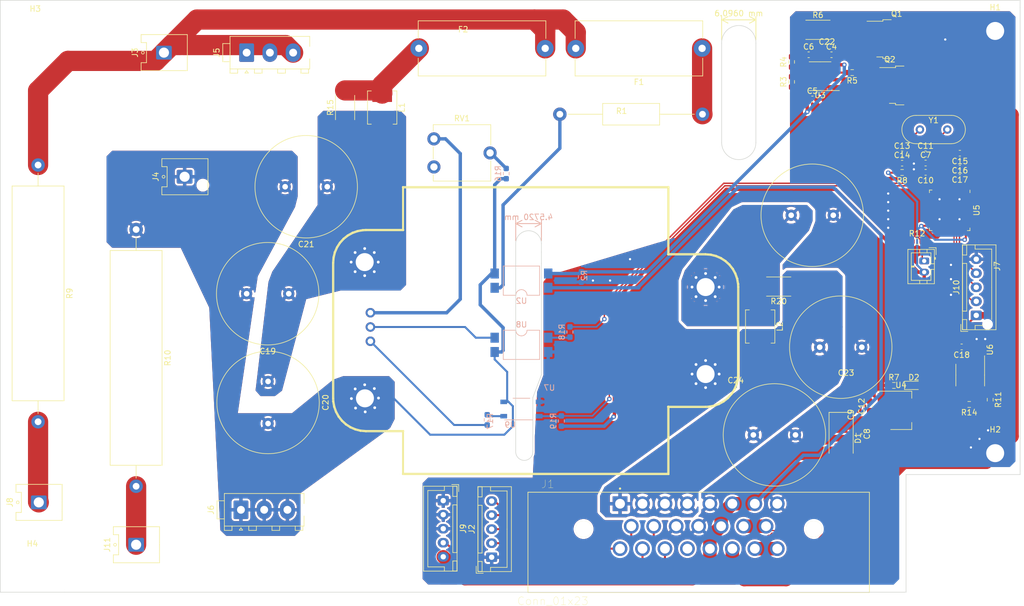
<source format=kicad_pcb>
(kicad_pcb (version 20211014) (generator pcbnew)
  (layers (0 "F.Cu" signal) (31 "B.Cu" signal) (34 "B.Paste" user) (35 "F.Paste" user) (36 "B.SilkS" user "B.Silkscreen") (37 "F.SilkS" user "F.Silkscreen") (38 "B.Mask" user) (39 "F.Mask" user) (44 "Edge.Cuts" user))
  (net 0 "")
  (net 1 "+12V")
  (net 2 "GND")
  (net 3 "Net-(C4-Pad1)")
  (net 4 "VCC")
  (net 5 "/TSAL/pass")
  (net 6 "Net-(C7-Pad2)")
  (net 7 "Net-(C8-Pad1)")
  (net 8 "Net-(C10-Pad1)")
  (net 9 "Net-(C11-Pad2)")
  (net 10 "+3V3")
  (net 11 "Net-(C13-Pad2)")
  (net 12 "Net-(C19-Pad1)")
  (net 13 "Net-(C22-Pad1)")
  (net 14 "/DCDC_OUT")
  (net 15 "Net-(D2-Pad1)")
  (net 16 "/CAN-")
  (net 17 "/CAN+")
  (net 18 "/TSAL_GND")
  (net 19 "/HECS_AN3")
  (net 20 "/HECS_AN2")
  (net 21 "/HECS_AN1")
  (net 22 "/IMD_OK")
  (net 23 "A13_SWDIO")
  (net 24 "A14_SWCLK")
  (net 25 "B3_TRACESWO")
  (net 26 "Net-(Q1-Pad1)")
  (net 27 "Net-(Q1-Pad2)")
  (net 28 "Net-(R1-Pad1)")
  (net 29 "Net-(R3-Pad2)")
  (net 30 "/TSAL/555_OUT")
  (net 31 "Net-(R11-Pad1)")
  (net 32 "Net-(R16-Pad1)")
  (net 33 "Net-(R17-Pad1)")
  (net 34 "/vicor/FAULT_HV")
  (net 35 "/DC_DC_EN")
  (net 36 "Net-(R18-Pad2)")
  (net 37 "/DC_DC_FAULT")
  (net 39 "/vicor/TRIM_HV")
  (net 60 "/vicor/EN_HV")
  (net 61 "HV-")
  (net 62 "HV+")
  (net 63 "/TEMP-")
  (net 66 "/TSAL/HV+")
  (net 67 "/vicor/HV+")
  (net 68 "+5VA")
  (net 74 "Net-(J8-Pad1)")
  (net 75 "Net-(J11-Pad1)")
  (net 77 "/controller/CAN_X_P")
  (net 78 "/controller/CAN_X_N")
  (footprint "Capacitor_THT:C_Radial_D18.0mm_H35.5mm_P7.50mm" (layer "F.Cu") (at 181.7307 116.1311)
    (fp_text reference "C24")
    (fp_text value "4700uF")
  )
  (footprint "Connector_TE-Connectivity:TE_MATE-N-LOK_1-770870-x_1x03_P4.14mm_Vertical" (layer "F.Cu") (at 91.4957 48.0601 90)
    (fp_text reference "J5")
    (fp_text value "HV+")
  )
  (footprint "MountingHole:MountingHole_3.2mm_M3" (layer "F.Cu") (at 53.34 139.7)
    (fp_text reference "H4")
    (fp_text value "MountingHole")
  )
  (footprint "Connector_Hirose:Hirose_DF63M-1P-3.96DSA_1x01_P3.96mm_Vertical" (layer "F.Cu") (at 71.8157 135.6891 90)
    (fp_text reference "J11")
    (fp_text value "HV-")
  )
  (footprint "MountingHole:MountingHole_3.2mm_M3" (layer "F.Cu") (at 224.79 119.38)
    (fp_text reference "H2")
    (fp_text value "MountingHole")
  )
  (footprint "LED_SMD:LED_0603_1608Metric_Pad1.05x0.95mm_HandSolder" (layer "F.Cu") (at 210.312 107.315)
    (fp_text reference "D2")
    (fp_text value "LED")
  )
  (footprint "Capacitor_THT:C_Radial_D18.0mm_H35.5mm_P7.50mm" (layer "F.Cu") (at 193.5417 100.5101)
    (fp_text reference "C23")
    (fp_text value "4700uF")
  )
  (footprint "Resistor_SMD:R_0603_1608Metric_Pad0.98x0.95mm_HandSolder" (layer "F.Cu") (at 188.5287 53.2661 90)
    (fp_text reference "R3")
    (fp_text value "100k")
  )
  (footprint "Package_TO_SOT_SMD:SOT-223-3_TabPin2" (layer "F.Cu") (at 208.026 111.76)
    (fp_text reference "U4")
    (fp_text value "LD1117S33TR_SOT223")
  )
  (footprint "Diode_SMD:D_SMB_Handsoldering" (layer "F.Cu") (at 197.358 116.713 -90)
    (fp_text reference "D1")
    (fp_text value "D_Schottky")
  )
  (footprint "Resistor_SMD:R_0603_1608Metric_Pad0.98x0.95mm_HandSolder" (layer "F.Cu") (at 188.5287 49.7101 90)
    (fp_text reference "R4")
    (fp_text value "235k")
  )
  (footprint "Capacitor_SMD:C_0603_1608Metric_Pad1.08x0.95mm_HandSolder" (layer "F.Cu") (at 212.4047 69.3716 180)
    (fp_text reference "C10")
    (fp_text value "0.1u")
  )
  (footprint "MountingHole:MountingHole_3.2mm_M3" (layer "F.Cu") (at 53.848 44.45)
    (fp_text reference "H3")
    (fp_text value "MountingHole")
  )
  (footprint "Package_TO_SOT_SMD:TO-252-3_TabPin2" (layer "F.Cu") (at 209.5187 53.9021)
    (fp_text reference "Q2")
    (fp_text value "040N03LG")
  )
  (footprint "Connector_JST:JST_XH_B5B-XH-A_1x05_P2.50mm_Vertical" (layer "F.Cu") (at 126.5062 127.8316 -90)
    (fp_text reference "J9")
    (fp_text value "Bender-LV")
  )
  (footprint "Resistor_SMD:R_0603_1608Metric_Pad0.98x0.95mm_HandSolder" (layer "F.Cu") (at 220.165501 110.705449 180)
    (fp_text reference "R14")
    (fp_text value "120")
  )
  (footprint "Capacitor_SMD:C_0603_1608Metric_Pad1.08x0.95mm_HandSolder" (layer "F.Cu") (at 208.2137 67.7441)
    (fp_text reference "C14")
    (fp_text value "0.1u")
  )
  (footprint "Package_SO:SOIC-8_3.9x4.9mm_P1.27mm" (layer "F.Cu") (at 220.345 105.475 -90)
    (fp_text reference "U6")
    (fp_text value "MCP2551-I-SN")
  )
  (footprint "Capacitor_SMD:C_0603_1608Metric_Pad1.08x0.95mm_HandSolder" (layer "F.Cu") (at 212.4047 67.7206)
    (fp_text reference "C7")
    (fp_text value "20p")
  )
  (footprint "Capacitor_THT:C_Radial_D18.0mm_H35.5mm_P7.50mm" (layer "F.Cu") (at 188.4617 77.0151)
    (fp_text reference "C22")
    (fp_text value "4700uF")
  )
  (footprint "Connector_JST:JST_PH_B2B-PH-K_1x02_P2.00mm_Vertical" (layer "F.Cu") (at 212.1507 85.1516 -90)
    (fp_text reference "J7")
    (fp_text value "Conn_01x02")
  )
  (footprint "Capacitor_THT:C_Radial_D18.0mm_H35.5mm_P7.50mm" (layer "F.Cu") (at 98.9937 90.9851 180)
    (fp_text reference "C19")
    (fp_text value "0.68uF")
  )
  (footprint "MountingHole:MountingHole_3.2mm_M3" (layer "F.Cu") (at 224.79 44.196)
    (fp_text reference "H1")
    (fp_text value "MountingHole")
  )
  (footprint "Capacitor_SMD:C_0603_1608Metric_Pad1.08x0.95mm_HandSolder" (layer "F.Cu") (at 192.2382 56.3141)
    (fp_text reference "C5")
    (fp_text value "0.1u")
  )
  (footprint "Capacitor_SMD:C_0603_1608Metric_Pad1.08x0.95mm_HandSolder" (layer "F.Cu") (at 212.3948 66.0908)
    (fp_text reference "C11")
    (fp_text value "20p")
  )
  (footprint "Resistor_SMD:R_2512_6332Metric_Pad1.40x3.35mm_HandSolder" (layer "F.Cu") (at 186.2427 89.7151 180)
    (fp_text reference "R20")
    (fp_text value "1Ω")
  )
  (footprint "Potentiometer_THT:Potentiometer_ACP_CA9-V10_Vertical" (layer "F.Cu") (at 124.8448 68.4134)
    (fp_text reference "RV1")
    (fp_text value "50k")
  )
  (footprint "Fuse:Fuseholder_Cylinder-5x20mm_Schurter_0031_8201_Horizontal_Open" (layer "F.Cu") (at 172.6007 47.2971 180)
    (fp_text reference "F1")
    (fp_text value "2A")
  )
  (footprint "Capacitor_SMD:C_0603_1608Metric_Pad1.08x0.95mm_HandSolder" (layer "F.Cu") (at 218.5007 67.6171 180)
    (fp_text reference "C16")
    (fp_text value "0.1u")
  )
  (footprint "Capacitor_SMD:C_0603_1608Metric_Pad1.08x0.95mm_HandSolder" (layer "F.Cu") (at 218.5007 69.2681 180)
    (fp_text reference "C17")
    (fp_text value "0.1u")
  )
  (footprint "Resistor_SMD:R_2512_6332Metric_Pad1.40x3.35mm_HandSolder" (layer "F.Cu") (at 109.0267 57.8381 90)
    (fp_text reference "R15")
    (fp_text value "1Ω")
  )
  (footprint "Connector_Hirose:Hirose_DF63M-1P-3.96DSA_1x01_P3.96mm_Vertical" (layer "F.Cu") (at 76.7687 48.0591 90)
    (fp_text reference "J3")
    (fp_text value "HV+")
  )
  (footprint "Fuse:Fuseholder_Cylinder-5x20mm_Schurter_0031_8201_Horizontal_Open" (layer "F.Cu") (at 122.1607 47.2971)
    (fp_text reference "F2")
    (fp_text value "2A")
  )
  (footprint "Capacitor_SMD:C_0603_1608Metric_Pad1.08x0.95mm_HandSolder" (layer "F.Cu") (at 191.5767 48.4401)
    (fp_text reference "C6")
    (fp_text value "1u")
  )
  (footprint "Capacitor_SMD:C_0603_1608Metric_Pad1.08x0.95mm_HandSolder" (layer "F.Cu") (at 195.6407 48.4401)
    (fp_text reference "C4")
    (fp_text value "0.1u")
  )
  (footprint "Resistor_SMD:R_2512_6332Metric_Pad1.40x3.35mm_HandSolder" (layer "F.Cu") (at 193.2277 43.9951)
    (fp_text reference "R6")
    (fp_text value "0.75")
  )
  (footprint "Resistor_SMD:R_0603_1608Metric_Pad0.98x0.95mm_HandSolder" (layer "F.Cu") (at 210.8807 81.6906)
    (fp_text reference "R12")
    (fp_text value "10k")
  )
  (footprint "Package_TO_SOT_SMD:TO-252-3_TabPin2" (layer "F.Cu") (at 207.2567 45.6461)
    (fp_text reference "Q1")
    (fp_text value "040N03LG")
  )
  (footprint "Capacitor_SMD:C_0603_1608Metric_Pad1.08x0.95mm_HandSolder" (layer "F.Cu") (at 218.5007 65.9661 180)
    (fp_text reference "C15")
    (fp_text value "0.1u")
  )
  (footprint "Capacitor_SMD:C_0603_1608Metric_Pad1.08x0.95mm_HandSolder" (layer "F.Cu") (at 202.438 110.998 90)
    (fp_text reference "C12")
    (fp_text value "C")
  )
  (footprint "AERO_Footprints:TE_1-776087-1" (layer "F.Cu") (at 157.9872 128.3876)
    (fp_text reference "J1")
    (fp_text value "Conn_01x23")
  )
  (footprint "Resistor_THT:R_Axial_Power_L38.0mm_W9.0mm_P45.72mm" (layer "F.Cu") (at 54.356 68.072 -90)
    (fp_text reference "R9")
    (fp_text value "R")
  )
  (footprint "Capacitor_SMD:C_0603_1608Metric_Pad1.08x0.95mm_HandSolder" (layer "F.Cu") (at 200.533 112.522 90)
    (fp_text reference "C9")
    (fp_text value "C")
  )
  (footprint "Inductor_SMD:L_Murata_LQH55DN_5.7x5.0mm" (layer "F.Cu") (at 115.6307 57.8381 -90)
    (fp_text reference "L1")
    (fp_text value "1uH")
  )
  (footprint "AERO_Footprints:vicor-socket-no-cutouts" (layer "F.Cu") (at 112.51682 85.358)
    (fp_text reference "U7")
    (fp_text value "Vicor_AERO")
  )
  (footprint "Crystal:Crystal_HC49-U_Vertical" (layer "F.Cu") (at 211.3887 61.7516)
    (fp_text reference "Y1")
    (fp_text value "Crystal")
  )
  (footprint "Resistor_THT:R_Axial_DIN0411_L9.9mm_D3.6mm_P25.40mm_Horizontal" (layer "F.Cu") (at 147.2692 59.0296)
    (fp_text reference "R1")
    (fp_text value "39k")
  )
  (footprint "Package_DFN_QFN:QFN-48-1EP_7x7mm_P0.5mm_EP5.3x5.3mm" (layer "F.Cu") (at 216.6877 76.1376 -90)
    (fp_text reference "U5")
    (fp_text value "STM32F413CGUx")
  )
  (footprint "Resistor_SMD:R_0603_1608Metric_Pad0.98x0.95mm_HandSolder" (layer "F.Cu") (at 206.756 107.315)
    (fp_text reference "R7")
    (fp_text value "R")
  )
  (footprint "Package_SO:SOIC-8_3.9x4.9mm_P1.27mm" (layer "F.Cu") (at 193.6087 52.2501 180)
    (fp_text reference "U3")
    (fp_text value "LM555xM")
  )
  (footprint "Connector_Hirose:Hirose_DF63M-1P-3.96DSA_1x01_P3.96mm_Vertical" (layer "F.Cu") (at 80.4517 70.1571 90)
    (fp_text reference "J4")
    (fp_text value "HV-")
  )
  (footprint "Connector_JST:JST_XH_B5B-XH-AM_1x05_P2.50mm_Vertical" (layer "F.Cu") (at 221.4217 94.8421 90)
    (fp_text reference "J10")
    (fp_text value "Conn_01x05")
  )
  (footprint "Resistor_THT:R_Axial_Power_L38.0mm_W9.0mm_P45.72mm" (layer "F.Cu") (at 71.8157 79.5551 -90)
    (fp_text reference "R10")
    (fp_text value "R")
  )
  (footprint "Capacitor_THT:C_Radial_D18.0mm_H35.5mm_P7.50mm" (layer "F.Cu") (at 105.8517 71.9351 180)
    (fp_text reference "C21")
    (fp_text value "0.68uF")
  )
  (footprint "Resistor_SMD:R_0603_1608Metric_Pad0.98x0.95mm_HandSolder" (layer "F.Cu") (at 208.2137 69.3951 180)
    (fp_text reference "R8")
    (fp_text value "R")
  )
  (footprint "Capacitor_SMD:C_0603_1608Metric_Pad1.08x0.95mm_HandSolder" (layer "F.Cu") (at 200.533 115.951 -90)
    (fp_text reference "C8")
    (fp_text value "CP1")
  )
  (footprint "Inductor_SMD:L_Murata_LQH55DN_5.7x5.0mm" (layer "F.Cu") (at 182.9407 96.8271 -90)
    (fp_text reference "L2")
    (fp_text value "0.15uH")
  )
  (footprint "Connector_TE-Connectivity:TE_MATE-N-LOK_1-770870-x_1x03_P4.14mm_Vertical" (layer "F.Cu") (at 90.4797 129.4671 90)
    (fp_text reference "J6")
    (fp_text value "HV-")
  )
  (footprint "Connector_JST:JST_XH_B5B-XH-A_1x05_P2.50mm_Vertical" (layer "F.Cu") (at 135.1252 137.9116 90)
    (fp_text reference "J2")
    (fp_text value "HECS")
  )
  (footprint "Resistor_SMD:R_0603_1608Metric_Pad0.98x0.95mm_HandSolder" (layer "F.Cu") (at 199.3237 51.6151 180)
    (fp_text reference "R5")
    (fp_text value "10k")
  )
  (footprint "Capacitor_THT:C_Radial_D18.0mm_H35.5mm_P7.50mm" (layer "F.Cu") (at 95.3107 106.6061 -90)
    (fp_text reference "C20")
    (fp_text value "0.68uF")
  )
  (footprint "Resistor_SMD:R_0603_1608Metric_Pad0.98x0.95mm_HandSolder" (layer "F.Cu") (at 223.901 109.855 -90)
    (fp_text reference "R11")
    (fp_text value "1k")
  )
  (footprint "Capacitor_SMD:C_0603_1608Metric_Pad1.08x0.95mm_HandSolder" (layer "F.Cu") (at 208.2137 66.0931)
    (fp_text reference "C13")
    (fp_text value "0.1u")
  )
  (footprint "Connector_Hirose:Hirose_DF63M-1P-3.96DSA_1x01_P3.96mm_Vertical" (layer "F.Cu") (at 54.483 128.143 90)
    (fp_text reference "J8")
    (fp_text value "HV+")
  )
  (footprint "Capacitor_SMD:C_0603_1608Metric_Pad1.08x0.95mm_HandSolder" (layer "F.Cu") (at 218.821 100.457 180)
    (fp_text reference "C18")
    (fp_text value "0.1u")
  )
  (footprint "Package_DIP:SMDIP-4_W9.53mm_Clearance8mm" (layer "B.Cu") (at 140.4277 88.6621)
    (fp_text reference "U2")
    (fp_text value "LTV-817S")
  )
  (footprint "Package_DIP:SMDIP-4_W9.53mm_Clearance8mm" (layer "B.Cu") (at 140.4277 100.0921 180)
    (fp_text reference "U8")
    (fp_text value "LTV-817S")
  )
  (footprint "Resistor_SMD:R_0603_1608Metric_Pad0.98x0.95mm_HandSolder" (layer "B.Cu") (at 151.0957 88.0036 -90)
    (fp_text reference "R2")
    (fp_text value "10k")
  )
  (footprint "Resistor_SMD:R_0603_1608Metric_Pad0.98x0.95mm_HandSolder" (layer "B.Cu") (at 134.3317 113.4506 -90)
    (fp_text reference "R17")
    (fp_text value "1k")
  )
  (footprint "Resistor_SMD:R_0603_1608Metric_Pad0.98x0.95mm_HandSolder" (layer "B.Cu") (at 149.0637 97.8061 -90)
    (fp_text reference "R18")
    (fp_text value "1k")
  )
  (footprint "Package_SO:MFSOP6-4_4.4x3.6mm_P1.27mm" (layer "B.Cu") (at 140.4277 111.5221)
    (fp_text reference "U9")
    (fp_text value "TLP184")
  )
  (footprint "Resistor_SMD:R_0603_1608Metric_Pad0.98x0.95mm_HandSolder" (layer "B.Cu") (at 137.7188 69.596 -90)
    (fp_text reference "R16")
    (fp_text value "6.8k")
  )
  (footprint "Resistor_SMD:R_0603_1608Metric_Pad0.98x0.95mm_HandSolder" (layer "B.Cu") (at 147.5397 113.6576 -90)
    (fp_text reference "R19")
    (fp_text value "10k")
  )
  (gr_line (start 142.4597 119.1421) (end 142.4597 118.1261) (layer "Edge.Cuts") (width 0.1))
  (gr_arc (start 176.0827 46.4081) (mid 179.1307 43.230397) (end 182.1787 46.4081) (layer "Edge.Cuts") (width 0.1))
  (gr_line (start 143.9837 105.4261) (end 142.4597 109.4901) (layer "Edge.Cuts") (width 0.1))
  (gr_line (start 229.235 123.19) (end 208.915 123.19) (layer "Edge.Cuts") (width 0.1))
  (gr_line (start 47.625 40.005) (end 47.625 38.735) (layer "Edge.Cuts") (width 0.1))
  (gr_line (start 143.9837 85.6141) (end 143.9837 83.5821) (layer "Edge.Cuts") (width 0.1))
  (gr_line (start 59.055 144.145) (end 47.625 144.145) (layer "Edge.Cuts") (width 0.1))
  (gr_line (start 143.9837 100.8541) (end 143.9837 105.4261) (layer "Edge.Cuts") (width 0.1))
  (gr_line (start 176.0827 64.0611) (end 176.0827 46.4081) (layer "Edge.Cuts") (width 0.1))
  (gr_line (start 139.4117 114.5701) (end 139.4117 119.1421) (layer "Edge.Cuts") (width 0.1))
  (gr_arc (start 182.1787 64.0611) (mid 179.1307 67.1091) (end 176.0827 64.0611) (layer "Edge.Cuts") (width 0.1))
  (gr_line (start 229.235 40.005) (end 229.235 59.69) (layer "Edge.Cuts") (width 0.1))
  (gr_line (start 47.625 53.975) (end 47.625 40.005) (layer "Edge.Cuts") (width 0.1))
  (gr_line (start 161.29 38.735) (end 229.235 38.735) (layer "Edge.Cuts") (width 0.1))
  (gr_line (start 229.235 59.69) (end 229.235 122.555) (layer "Edge.Cuts") (width 0.1))
  (gr_line (start 208.915 144.145) (end 59.055 144.145) (layer "Edge.Cuts") (width 0.1))
  (gr_arc (start 139.4117 82.0581) (mid 141.6977 79.7721) (end 143.9837 82.0581) (layer "Edge.Cuts") (width 0.1))
  (gr_line (start 208.915 123.19) (end 208.915 144.145) (layer "Edge.Cuts") (width 0.1))
  (gr_line (start 142.4597 109.4901) (end 142.4597 118.1261) (layer "Edge.Cuts") (width 0.1))
  (gr_line (start 47.625 93.98) (end 47.625 53.975) (layer "Edge.Cuts") (width 0.1))
  (gr_line (start 229.235 38.735) (end 229.235 40.005) (layer "Edge.Cuts") (width 0.1))
  (gr_line (start 143.9837 82.0581) (end 143.9837 83.5821) (layer "Edge.Cuts") (width 0.1))
  (gr_line (start 47.625 144.145) (end 47.625 93.98) (layer "Edge.Cuts") (width 0.1))
  (gr_line (start 229.235 122.555) (end 229.235 123.19) (layer "Edge.Cuts") (width 0.1))
  (gr_arc (start 142.4597 119.1421) (mid 140.9357 120.6661) (end 139.4117 119.1421) (layer "Edge.Cuts") (width 0.1))
  (gr_line (start 47.625 38.735) (end 83.82 38.735) (layer "Edge.Cuts") (width 0.1))
  (gr_line (start 139.4117 82.0581) (end 139.4117 83.5821) (layer "Edge.Cuts") (width 0.1))
  (gr_line (start 139.4117 114.5701) (end 139.4117 83.5821) (layer "Edge.Cuts") (width 0.1))
  (gr_line (start 182.1787 46.4081) (end 182.1787 64.0611) (layer "Edge.Cuts") (width 0.1))
  (gr_line (start 143.9837 85.6141) (end 143.9837 100.8541) (layer "Edge.Cuts") (width 0.1))
  (gr_line (start 83.82 38.735) (end 161.29 38.735) (layer "Edge.Cuts") (width 0.1))
  (dimension (type aligned) (layer "B.SilkS") (pts (xy 139.4117 82.0581) (xy 143.9837 82.0581)) (height -3.556) (gr_text "4.5720 mm" (at 141.6977 77.3521) (layer "B.SilkS") (effects (font (size 1 1) (thickness 0.15)) (justify mirror))) (format (units 3) (units_format 1) (precision 4)) (style (thickness 0.15) (arrow_length 1.27) (text_position_mode 0) (extension_height 0.58642) (extension_offset 0.5) keep_text_aligned))
  (dimension (type aligned) (layer "F.SilkS") (pts (xy 176.0827 46.2811) (xy 182.1787 46.2811)) (height -4.064) (gr_text "6.0960 mm" (at 179.1307 41.0671) (layer "F.SilkS") (effects (font (size 1 1) (thickness 0.15)))) (format (units 3) (units_format 1) (precision 4)) (style (thickness 0.15) (arrow_length 1.27) (text_position_mode 0) (extension_height 0.58642) (extension_offset 0.5) keep_text_aligned))
  (segment (start 130.3962 141.7216) (end 170.8254 141.7216) (width 2.4) (layer "F.Cu") (net 1))
  (segment (start 181.9872 128.3876) (end 181.9872 126.2418) (width 2.4) (layer "F.Cu") (net 1))
  (segment (start 177.9872 128.3876) (end 181.9872 128.3876) (width 2.4) (layer "F.Cu") (net 1))
  (segment (start 173.9872 136.3876) (end 173.9872 134.3876) (width 2.4) (layer "F.Cu") (net 1))
  (segment (start 173.9872 134.3876) (end 175.9872 132.3876) (width 2.4) (layer "F.Cu") (net 1))
  (segment (start 173.9872 138.5598) (end 173.9872 136.3876) (width 2.4) (layer "F.Cu") (net 1))
  (segment (start 175.9872 132.3876) (end 175.9872 130.3876) (width 2.4) (layer "F.Cu") (net 1))
  (segment (start 126.5062 137.8316) (end 130.3962 141.7216) (width 2.4) (layer "F.Cu") (net 1))
  (segment (start 175.9872 130.3876) (end 177.9872 128.3876) (width 2.4) (layer "F.Cu") (net 1))
  (segment (start 170.8254 141.7216) (end 173.9872 138.5598) (width 2.4) (layer "F.Cu") (net 1))
  (segment (start 188.816 119.413) (end 197.358 119.413) (width 2.4) (layer "F.Cu") (net 1))
  (segment (start 181.9872 126.2418) (end 188.816 119.413) (width 2.4) (layer "F.Cu") (net 1))
  (segment (start 193.421 119.761) (end 190.6138 119.761) (width 0.6) (layer "B.Cu") (net 1))
  (segment (start 195.961 72.009) (end 204.47 80.518) (width 0.6) (layer "B.Cu") (net 1))
  (segment (start 204.47 80.518) (end 204.47 108.712) (width 0.6) (layer "B.Cu") (net 1))
  (segment (start 204.47 108.712) (end 193.421 119.761) (width 0.6) (layer "B.Cu") (net 1))
  (segment (start 179.044492 72.009) (end 195.961 72.009) (width 0.6) (layer "B.Cu") (net 1))
  (segment (start 161.2739 89.779592) (end 179.044492 72.009) (width 0.6) (layer "B.Cu") (net 1))
  (segment (start 161.2739 89.9321) (end 161.2739 89.779592) (width 0.6) (layer "B.Cu") (net 1))
  (segment (start 190.6138 119.761) (end 181.9872 128.3876) (width 0.6) (layer "B.Cu") (net 1))
  (segment (start 145.1927 89.9321) (end 161.2739 89.9321) (width 0.6) (layer "B.Cu") (net 1))
  (segment (start 220.1377 75.3876) (end 219.5377 75.3876) (width 0.254) (layer "F.Cu") (net 2))
  (segment (start 213.2377 78.3876) (end 214.1377 78.3876) (width 0.254) (layer "F.Cu") (net 2))
  (segment (start 218.9377 78.6876) (end 219.0877 78.5376) (width 0.254) (layer "F.Cu") (net 2))
  (segment (start 219.2377 73.8876) (end 219.0877 73.7376) (width 0.254) (layer "F.Cu") (net 2))
  (segment (start 220.1377 73.8876) (end 219.2377 73.8876) (width 0.254) (layer "F.Cu") (net 2))
  (segment (start 214.1377 78.3876) (end 214.2877 78.5376) (width 0.254) (layer "F.Cu") (net 2))
  (segment (start 218.9377 79.5876) (end 218.9377 78.6876) (width 0.254) (layer "F.Cu") (net 2))
  (segment (start 219.5377 75.3876) (end 219.0877 74.9376) (width 0.254) (layer "F.Cu") (net 2))
  (via (at 218.44 74.168) (size 0.8) (drill 0.4) (layers "F.Cu" "B.Cu") (net 2))
  (via (at 223.52 115.316) (size 0.8) (drill 0.4) (layers "F.Cu" "B.Cu") (net 2))
  (via (at 220.472 118.364) (size 0.8) (drill 0.4) (layers "F.Cu" "B.Cu") (net 2))
  (via (at 210.312 68.834) (size 0.8) (drill 0.4) (layers "F.Cu" "B.Cu") (net 2))
  (via (at 205.74 74.676) (size 0.8) (drill 0.4) (layers "F.Cu" "B.Cu") (net 2))
  (via (at 205.74 79.248) (size 0.8) (drill 0.4) (layers "F.Cu" "B.Cu") (net 2))
  (via (at 218.44 77.724) (size 0.8) (drill 0.4) (layers "F.Cu" "B.Cu") (net 2))
  (via (at 214.884 74.168) (size 0.8) (drill 0.4) (layers "F.Cu" "B.Cu") (net 2))
  (via (at 215.9 45.72) (size 0.8) (drill 0.4) (layers "F.Cu" "B.Cu") (net 2))
  (via (at 205.74 77.724) (size 0.8) (drill 0.4) (layers "F.Cu" "B.Cu") (net 2))
  (via (at 216.916 91.186) (size 0.8) (drill 0.4) (layers "F.Cu" "B.Cu") (net 2))
  (via (at 205.74 73.152) (size 0.8) (drill 0.4) (layers "F.Cu" "B.Cu") (net 2))
  (via (at 216.916 88.392) (size 0.8) (drill 0.4) (layers "F.Cu" "B.Cu") (net 2))
  (via (at 153.162 88.646) (size 0.8) (drill 0.4) (layers "F.Cu" "B.Cu") (net 2))
  (via (at 156.21 88.646) (size 0.8) (drill 0.4) (layers "F.Cu" "B.Cu") (net 2))
  (via (at 159.766 84.836) (size 0.8) (drill 0.4) (layers "F.Cu" "B.Cu") (net 2))
  (via (at 214.884 77.724) (size 0.8) (drill 0.4) (layers "F.Cu" "B.Cu") (net 2))
  (via (at 210.312 67.818) (size 0.8) (drill 0.4) (layers "F.Cu" "B.Cu") (net 2))
  (via (at 205.74 76.2) (size 0.8) (drill 0.4) (layers "F.Cu" "B.Cu") (net 2))
  (via (at 216.916 85.852) (size 0.8) (drill 0.4) (layers "F.Cu" "B.Cu") (net 2))
  (via (at 223.012 99.06) (size 0.8) (drill 0.4) (layers "F.Cu" "B.Cu") (net 2))
  (via (at 221.996 116.84) (size 0.8) (drill 0.4) (layers "F.Cu" "B.Cu") (net 2))
  (via (at 221.488 99.06) (size 0.8) (drill 0.4) (layers "F.Cu" "B.Cu") (net 2))
  (segment (start 192.9737 50.3451) (end 191.1337 50.3451) (width 0.36) (layer "F.Cu") (net 3))
  (segment (start 194.7782 48.5406) (end 192.9737 50.3451) (width 0.36) (layer "F.Cu") (net 3))
  (segment (start 197.9267 50.2181) (end 196.2107 50.2181) (width 0.6) (layer "F.Cu") (net 4))
  (segment (start 191.3227 58.6001) (end 191.3227 54.3441) (width 0.6) (layer "F.Cu") (net 4))
  (segment (start 196.2107 50.2181) (end 196.0837 50.3451) (width 0.6) (layer "F.Cu") (net 4))
  (segment (start 191.1337 54.1551) (end 188.5522 54.1551) (width 0.6) (layer "F.Cu") (net 4))
  (segment (start 191.3227 54.3441) (end 191.1337 54.1551) (width 0.6) (layer "F.Cu") (net 4))
  (via (at 191.3227 58.6001) (size 0.8) (drill 0.4) (layers "F.Cu" "B.Cu") (net 4))
  (via (at 197.9267 50.2181) (size 0.8) (drill 0.4) (layers "F.Cu" "B.Cu") (net 4))
  (segment (start 151.0957 87.0911) (end 162.8317 87.0911) (width 0.6) (layer "B.Cu") (net 4))
  (segment (start 191.3227 58.6001) (end 197.9267 51.9961) (width 0.6) (layer "B.Cu") (net 4))
  (segment (start 197.9267 51.9961) (end 197.9267 50.2181) (width 0.6) (layer "B.Cu") (net 4))
  (segment (start 150.7947 87.3921) (end 151.0957 87.0911) (width 0.6) (layer "B.Cu") (net 4))
  (segment (start 145.1927 87.3921) (end 150.7947 87.3921) (width 0.6) (layer "B.Cu") (net 4))
  (segment (start 162.8317 87.0911) (end 191.3227 58.6001) (width 0.6) (layer "B.Cu") (net 4))
  (segment (start 188.5287 48.7976) (end 190.3567 48.7976) (width 0.36) (layer "F.Cu") (net 5))
  (segment (start 189.1402 48.7976) (end 189.5447 49.2021) (width 0.36) (layer "F.Cu") (net 5))
  (segment (start 189.5447 49.2021) (end 189.5447 51.2341) (width 0.36) (layer "F.Cu") (net 5))
  (segment (start 189.5447 51.2341) (end 189.9257 51.6151) (width 0.36) (layer "F.Cu") (net 5))
  (segment (start 193.9897 52.8851) (end 196.0837 52.8851) (width 0.36) (layer "F.Cu") (net 5))
  (segment (start 192.7197 51.6151) (end 193.9897 52.8851) (width 0.36) (layer "F.Cu") (net 5))
  (segment (start 189.9257 51.6151) (end 191.1337 51.6151) (width 0.36) (layer "F.Cu") (net 5))
  (segment (start 191.1337 51.6151) (end 192.7197 51.6151) (width 0.36) (layer "F.Cu") (net 5))
  (segment (start 190.3567 48.7976) (end 190.7142 48.4401) (width 0.36) (layer "F.Cu") (net 5))
  (segment (start 216.9377 71.2687) (end 216.9377 72.6876) (width 0.254) (layer "F.Cu") (net 6))
  (segment (start 213.2672 67.7206) (end 213.3896 67.7206) (width 0.254) (layer "F.Cu") (net 6))
  (segment (start 210.6387 62.5016) (end 210.6387 66.532344) (width 0.254) (layer "F.Cu") (net 6))
  (segment (start 213.3896 67.7206) (end 216.9377 71.2687) (width 0.254) (layer "F.Cu") (net 6))
  (segment (start 211.3887 61.7516) (end 210.6387 62.5016) (width 0.254) (layer "F.Cu") (net 6))
  (segment (start 212.46568 66.91908) (end 213.2672 67.7206) (width 0.254) (layer "F.Cu") (net 6))
  (segment (start 210.6387 66.532344) (end 211.025436 66.91908) (width 0.254) (layer "F.Cu") (net 6))
  (segment (start 211.025436 66.91908) (end 212.46568 66.91908) (width 0.254) (layer "F.Cu") (net 6))
  (segment (start 197.358 114.013) (end 204.829 114.013) (width 2.4) (layer "F.Cu") (net 7))
  (segment (start 204.829 114.013) (end 204.876 114.06) (width 2.4) (layer "F.Cu") (net 7))
  (segment (start 214.2786 69.3716) (end 216.4377 71.5307) (width 0.254) (layer "F.Cu") (net 8))
  (segment (start 216.4377 71.5307) (end 216.4377 72.6876) (width 0.254) (layer "F.Cu") (net 8))
  (segment (start 213.2672 69.3716) (end 214.2786 69.3716) (width 0.254) (layer "F.Cu") (net 8))
  (segment (start 217.4377 71.127326) (end 217.4377 72.6876) (width 0.254) (layer "F.Cu") (net 9))
  (segment (start 214.696687 67.525587) (end 214.696687 68.386313) (width 0.254) (layer "F.Cu") (net 9))
  (segment (start 213.2573 64.763) (end 213.2573 66.0908) (width 0.254) (layer "F.Cu") (net 9))
  (segment (start 216.2687 61.7516) (end 213.2573 64.763) (width 0.254) (layer "F.Cu") (net 9))
  (segment (start 213.2407 66.0696) (end 214.696687 67.525587) (width 0.254) (layer "F.Cu") (net 9))
  (segment (start 214.696687 68.386313) (end 217.4377 71.127326) (width 0.254) (layer "F.Cu") (net 9))
  (segment (start 219.3632 65.9661) (end 219.3632 69.2681) (width 0.6) (layer "F.Cu") (net 10))
  (segment (start 211.176 110.007) (end 215.646 105.537) (width 1.2) (layer "F.Cu") (net 10))
  (segment (start 223.139 105.537) (end 225.425 103.251) (width 1.2) (layer "F.Cu") (net 10))
  (segment (start 212.1507 110.7853) (end 211.176 111.76) (width 0.6) (layer "F.Cu") (net 10))
  (segment (start 225.425 97.409) (end 225.425 96.139) (width 1.2) (layer "F.Cu") (net 10))
  (segment (start 220.1377 73.3876) (end 220.1377 70.0426) (width 0.254) (layer "F.Cu") (net 10))
  (segment (start 219.3544 81.3816) (end 219.5576 81.1784) (width 0.36) (layer "F.Cu") (net 10))
  (segment (start 196.35156 72.39956) (end 211.1036 87.1516) (width 0.6) (layer "F.Cu") (net 10))
  (segment (start 219.6835 102.9735) (end 219.71 103) (width 0.36) (layer "F.Cu") (net 10))
  (segment (start 219.6835 100.457) (end 219.6835 96.5803) (width 0.36) (layer "F.Cu") (net 10))
  (segment (start 156.982511 92.321897) (end 176.904848 72.39956) (width 0.6) (layer "F.Cu") (net 10))
  (segment (start 212.1507 87.1516) (end 212.1507 110.7853) (width 0.6) (layer "F.Cu") (net 10))
  (segment (start 224.1281 94.8421) (end 221.4217 94.8421) (width 1.2) (layer "F.Cu") (net 10))
  (segment (start 219.6835 96.5803) (end 221.4217 94.8421) (width 0.36) (layer "F.Cu") (net 10))
  (segment (start 225.425 103.251) (end 225.425 97.409) (width 1.2) (layer "F.Cu") (net 10))
  (segment (start 211.187 107.315) (end 211.187 111.749) (width 0.6) (layer "F.Cu") (net 10))
  (segment (start 204.876 111.76) (end 211.176 111.76) (width 0.6) (layer "F.Cu") (net 10))
  (segment (start 156.845 112.903) (end 156.982511 112.765489) (width 0.6) (layer "F.Cu") (net 10))
  (segment (start 207.2527 69.4436) (end 207.3012 69.3951) (width 0.36) (layer "F.Cu") (net 10))
  (segment (start 211.1036 87.1516) (end 212.1507 87.1516) (width 0.6) (layer "F.Cu") (net 10))
  (segment (start 176.904848 72.39956) (end 196.35156 72.39956) (width 0.6) (layer "F.Cu") (net 10))
  (segment (start 225.425 75.3299) (end 225.425 97.409) (width 0.36) (layer "F.Cu") (net 10))
  (segment (start 219.6835 100.457) (end 219.6835 102.9735) (width 0.36) (layer "F.Cu") (net 10))
  (segment (start 225.425 96.139) (end 224.1281 94.8421) (width 1.2) (layer "F.Cu") (net 10))
  (segment (start 215.646 105.537) (end 223.139 105.537) (width 1.2) (layer "F.Cu") (net 10))
  (segment (start 204.7755 111.8605) (end 204.876 111.76) (width 0.6) (layer "F.Cu") (net 10))
  (segment (start 211.176 111.76) (end 211.176 110.007) (width 1.2) (layer "F.Cu") (net 10))
  (segment (start 156.982511 112.765489) (end 156.982511 92.321897) (width 0.6) (layer "F.Cu") (net 10))
  (segment (start 219.3632 69.2681) (end 225.425 75.3299) (width 0.36) (layer "F.Cu") (net 10))
  (segment (start 202.438 111.8605) (end 204.7755 111.8605) (width 0.6) (layer "F.Cu") (net 10))
  (segment (start 219.5576 81.1784) (end 219.5576 79.8068) (width 0.36) (layer "F.Cu") (net 10))
  (segment (start 211.6328 78.9432) (end 211.68188 78.89412) (width 0.36) (layer "F.Cu") (net 10))
  (segment (start 211.68188 78.89412) (end 213.2377 78.89412) (width 0.36) (layer "F.Cu") (net 10))
  (segment (start 220.1377 70.0426) (end 219.3632 69.2681) (width 0.254) (layer "F.Cu") (net 10))
  (segment (start 205.74 69.4436) (end 207.2527 69.4436) (width 0.36) (layer "F.Cu") (net 10))
  (segment (start 211.187 111.749) (end 211.176 111.76) (width 0.6) (layer "F.Cu") (net 10))
  (via (at 205.74 69.4436) (size 0.8) (drill 0.4) (layers "F.Cu" "B.Cu") (net 10))
  (via (at 211.6328 78.9432) (size 0.8) (drill 0.4) (layers "F.Cu" "B.Cu") (net 10))
  (via (at 219.3544 81.3816) (size 0.8) (drill 0.4) (layers "F.Cu" "B.Cu") (net 10))
  (via (at 156.845 112.903) (size 0.8) (drill 0.4) (layers "F.Cu" "B.Cu") (net 10))
  (segment (start 210.89618 79.62902) (end 211.582 78.9432) (width 0.36) (layer "B.Cu") (net 10))
  (segment (start 210.89618 85.89708) (end 210.89618 79.62902) (width 0.36) (layer "B.Cu") (net 10))
  (segment (start 214.0712 81.3816) (end 219.3544 81.3816) (width 0.36) (layer "B.Cu") (net 10))
  (segment (start 156.845 112.903) (end 155.1779 114.5701) (width 0.6) (layer "B.Cu") (net 10))
  (segment (start 210.89618 74.59978) (end 205.74 69.4436) (width 0.36) (layer "B.Cu") (net 10))
  (segment (start 212.1507 87.1516) (end 210.89618 85.89708) (width 0.36) (layer "B.Cu") (net 10))
  (segment (start 211.6328 78.9432) (end 214.0712 81.3816) (width 0.36) (layer "B.Cu") (net 10))
  (segment (start 155.1779 114.5701) (end 147.5397 114.5701) (width 0.6) (layer "B.Cu") (net 10))
  (segment (start 211.582 78.9432) (end 211.6328 78.9432) (width 0.36) (layer "B.Cu") (net 10))
  (segment (start 210.89618 79.62902) (end 210.89618 74.59978) (width 0.36) (layer "B.Cu") (net 10))
  (segment (start 215.4377 71.8007) (end 214.503 70.866) (width 0.254) (layer "F.Cu") (net 11))
  (segment (start 209.0762 66.0931) (end 209.0762 69.3451) (width 0.6) (layer "F.Cu") (net 11))
  (segment (start 210.5971 70.866) (end 209.1262 69.3951) (width 0.254) (layer "F.Cu") (net 11))
  (segment (start 214.503 70.866) (end 210.5971 70.866) (width 0.254) (layer "F.Cu") (net 11))
  (segment (start 215.4377 72.6876) (end 215.4377 71.8007) (width 0.254) (layer "F.Cu") (net 11))
  (segment (start 209.0762 69.3451) (end 209.1262 69.3951) (width 0.6) (layer "F.Cu") (net 11))
  (segment (start 209.437 107.315) (end 207.6685 107.315) (width 0.6) (layer "F.Cu") (net 15))
  (segment (start 188.210201 133.162599) (end 192.1848 129.188) (width 0.2) (layer "F.Cu") (net 16))
  (segment (start 207.5518 118.647) (end 216.1878 118.647) (width 0.2) (layer "F.Cu") (net 16))
  (segment (start 216.1878 118.647) (end 217.6459 117.1889) (width 0.2) (layer "F.Cu") (net 16))
  (segment (start 197.0108 129.188) (end 207.5518 118.647) (width 0.2) (layer "F.Cu") (net 16))
  (segment (start 220.19149 114.643311) (end 220.297555 114.537245) (width 0.2) (layer "F.Cu") (net 16))
  (segment (start 219.342961 115.491842) (end 219.34296 115.491841) (width 0.2) (layer "F.Cu") (net 16))
  (segment (start 218.494431 116.340372) (end 218.49443 116.340371) (width 0.2) (layer "F.Cu") (net 16))
  (segment (start 192.1848 129.188) (end 197.0108 129.188) (width 0.2) (layer "F.Cu") (net 16))
  (segment (start 218.798926 115.372072) (end 218.798926 115.372071) (width 0.2) (layer "F.Cu") (net 16))
  (segment (start 219.647456 114.523541) (end 219.767227 114.643312) (width 0.2) (layer "F.Cu") (net 16))
  (segment (start 218.49443 115.916106) (end 218.37466 115.796336) (width 0.2) (layer "F.Cu") (net 16))
  (segment (start 179.9872 132.3876) (end 183.9872 132.3876) (width 2.4) (layer "F.Cu") (net 16))
  (segment (start 219.34296 115.491841) (end 219.34296 115.49184) (width 0.2) (layer "F.Cu") (net 16))
  (segment (start 220.191491 114.643312) (end 220.19149 114.643311) (width 0.2) (layer "F.Cu") (net 16))
  (segment (start 219.71 107.95) (end 219.71 110.24845) (width 0.254) (layer "F.Cu") (net 16))
  (segment (start 183.9872 132.3876) (end 184.762199 133.162599) (width 0.2) (layer "F.Cu") (net 16))
  (segment (start 218.49443 116.340371) (end 218.49443 116.34037) (width 0.2) (layer "F.Cu") (net 16))
  (segment (start 219.647456 114.523542) (end 219.647456 114.523541) (width 0.2) (layer "F.Cu") (net 16))
  (segment (start 217.950396 116.220601) (end 218.070167 116.340372) (width 0.2) (layer "F.Cu") (net 16))
  (segment (start 220.628 112.080448) (end 219.253001 110.705449) (width 0.2) (layer "F.Cu") (net 16))
  (segment (start 220.297555 114.537245) (end 220.628 114.2068) (width 0.2) (layer "F.Cu") (net 16))
  (segment (start 217.950396 116.220602) (end 217.950396 116.220601) (width 0.2) (layer "F.Cu") (net 16))
  (segment (start 219.34296 115.067576) (end 219.22319 114.947806) (width 0.2) (layer "F.Cu") (net 16))
  (segment (start 218.798926 115.372071) (end 218.918697 115.491842) (width 0.2) (layer "F.Cu") (net 16))
  (segment (start 219.71 110.24845) (end 219.253001 110.705449) (width 0.254) (layer "F.Cu") (net 16))
  (segment (start 184.762199 133.162599) (end 188.210201 133.162599) (width 0.2) (layer "F.Cu") (net 16))
  (segment (start 220.628 114.2068) (end 220.628 112.080448) (width 0.2) (layer "F.Cu") (net 16))
  (segment (start 217.6459 116.764636) (end 217.52613 116.644866) (width 0.2) (layer "F.Cu") (net 16))
  (arc (start 219.22319 114.523542) (mid 219.435324 114.435673) (end 219.647456 114.523542) (width 0.2) (layer "F.Cu") (net 16))
  (arc (start 217.52613 116.644866) (mid 217.438262 116.432734) (end 217.52613 116.220602) (width 0.2) (layer "F.Cu") (net 16))
  (arc (start 218.37466 115.796336) (mid 218.286792 115.584204) (end 218.37466 115.372072) (width 0.2) (layer "F.Cu") (net 16))
  (arc (start 218.37466 115.372072) (mid 218.586794 115.284203) (end 218.798926 115.372072) (width 0.2) (layer "F.Cu") (net 16))
  (arc (start 217.6459 117.1889) (mid 217.733768 116.976768) (end 217.6459 116.764636) (width 0.2) (layer "F.Cu") (net 16))
  (arc (start 219.767227 114.643312) (mid 219.979359 114.73118) (end 220.191491 114.643312) (width 0.2) (layer "F.Cu") (net 16))
  (arc (start 218.070167 116.340372) (mid 218.282299 116.42824) (end 218.494431 116.340372) (width 0.2) (layer "F.Cu") (net 16))
  (arc (start 218.918697 115.491842) (mid 219.130829 115.57971) (end 219.342961 115.491842) (width 0.2) (layer "F.Cu") (net 16))
  (arc (start 218.49443 116.34037) (mid 218.582298 116.128238) (end 218.49443 115.916106) (width 0.2) (layer "F.Cu") (net 16))
  (arc (start 219.34296 115.49184) (mid 219.430828 115.279708) (end 219.34296 115.067576) (width 0.2) (layer "F.Cu") (net 16))
  (arc (start 217.52613 116.220602) (mid 217.738264 116.132733) (end 217.950396 116.220602) (width 0.2) (layer "F.Cu") (net 16))
  (arc (start 219.22319 114.947806) (mid 219.135322 114.735674) (end 219.22319 114.523542) (width 0.2) (layer "F.Cu") (net 16))
  (segment (start 197.1972 129.638) (end 207.7382 119.097) (width 0.2) (layer "F.Cu") (net 17))
  (segment (start 184.654918 133.999611) (end 185.041928 133.612601) (width 0.2) (layer "F.Cu") (net 17))
  (segment (start 221.078001 114.393199) (end 221.078001 110.705449) (width 0.2) (layer "F.Cu") (net 17))
  (segment (start 207.7382 119.097) (end 216.3742 119.097) (width 0.2) (layer "F.Cu") (net 17))
  (segment (start 188.396599 133.612601) (end 192.3712 129.638) (width 0.2) (layer "F.Cu") (net 17))
  (segment (start 184.375189 133.999611) (end 184.654918 133.999611) (width 0.2) (layer "F.Cu") (net 17))
  (segment (start 181.9872 136.3876) (end 184.375189 133.999611) (width 0.2) (layer "F.Cu") (net 17))
  (segment (start 185.9872 136.3876) (end 181.9872 136.3876) (width 2.4) (layer "F.Cu") (net 17))
  (segment (start 185.041928 133.612601) (end 188.396599 133.612601) (width 0.2) (layer "F.Cu") (net 17))
  (segment (start 216.3742 119.097) (end 221.078001 114.393199) (width 0.2) (layer "F.Cu") (net 17))
  (segment (start 220.98 110.607448) (end 221.078001 110.705449) (width 0.254) (layer "F.Cu") (net 17))
  (segment (start 220.98 107.95) (end 220.98 110.607448) (width 0.254) (layer "F.Cu") (net 17))
  (segment (start 192.3712 129.638) (end 197.1972 129.638) (width 0.2) (layer "F.Cu") (net 17))
  (segment (start 180.1114 141.8844) (end 187.555588 141.8844) (width 2.4) (layer "F.Cu") (net 18))
  (segment (start 177.9872 136.3876) (end 177.9872 139.7602) (width 2.4) (layer "F.Cu") (net 18))
  (segment (start 227.7872 116.3828) (end 227.7872 59.1312) (width 2.4) (layer "F.Cu") (net 18))
  (segment (start 227.7872 59.1312) (end 222.5581 53.9021) (width 2.4) (layer "F.Cu") (net 18))
  (segment (start 177.9872 139.7602) (end 180.1114 141.8844) (width 2.4) (layer "F.Cu") (net 18))
  (segment (start 223.1644 121.0056) (end 227.7872 116.3828) (width 2.4) (layer "F.Cu") (net 18))
  (segment (start 205.6067 54.0291) (end 211.9067 54.0291) (width 0.36) (layer "F.Cu") (net 18))
  (segment (start 222.5581 53.9021) (end 211.6187 53.9021) (width 2.4) (layer "F.Cu") (net 18))
  (segment (start 187.555588 141.8844) (end 208.434388 121.0056) (width 2.4) (layer "F.Cu") (net 18))
  (segment (start 208.434388 121.0056) (end 223.1644 121.0056) (width 2.4) (layer "F.Cu") (net 18))
  (segment (start 135.1252 132.9116) (end 139.096 132.9116) (width 0.36) (layer "F.Cu") (net 19))
  (segment (start 161.9872 138.2276) (end 161.9872 136.3876) (width 0.36) (layer "F.Cu") (net 19))
  (segment (start 139.096 132.9116) (end 142.50584 136.32144) (width 0.36) (layer "F.Cu") (net 19))
  (segment (start 142.50584 136.32144) (end 142.50584 136.37296) (width 0.36) (layer "F.Cu") (net 19))
  (segment (start 145.15592 139.02304) (end 161.19176 139.02304) (width 0.36) (layer "F.Cu") (net 19))
  (segment (start 161.19176 139.02304) (end 161.9872 138.2276) (width 0.36) (layer "F.Cu") (net 19))
  (segment (start 142.50584 136.37296) (end 145.15592 139.02304) (width 0.36) (layer "F.Cu") (net 19))
  (segment (start 159.21128 138.46352) (end 159.9872 137.6876) (width 0.36) (layer "F.Cu") (net 20))
  (segment (start 137.38728 130.4116) (end 145.4392 138.46352) (width 0.36) (layer "F.Cu") (net 20))
  (segment (start 159.9872 137.6876) (end 159.9872 132.3876) (width 0.36) (layer "F.Cu") (net 20))
  (segment (start 145.4392 138.46352) (end 159.21128 138.46352) (width 0.36) (layer "F.Cu") (net 20))
  (segment (start 135.1252 130.4116) (end 137.38728 130.4116) (width 0.36) (layer "F.Cu") (net 20))
  (segment (start 144.15456 136.3876) (end 157.9872 136.3876) (width 0.36) (layer "F.Cu") (net 21))
  (segment (start 135.67856 127.9116) (end 144.15456 136.3876) (width 0.36) (layer "F.Cu") (net 21))
  (segment (start 165.9872 138.0376) (end 165.9872 136.3876) (width 0.36) (layer "F.Cu") (net 22))
  (segment (start 131.76768 140.14208) (end 163.88272 140.14208) (width 0.36) (layer "F.Cu") (net 22))
  (segment (start 163.88272 140.14208) (end 165.9872 138.0376) (width 0.36) (layer "F.Cu") (net 22))
  (segment (start 126.9572 135.3316) (end 131.76768 140.14208) (width 0.36) (layer "F.Cu") (net 22))
  (segment (start 218.4377 90.0153) (end 220.7645 92.3421) (width 0.254) (layer "F.Cu") (net 23))
  (segment (start 218.4377 79.5876) (end 218.4377 90.0153) (width 0.254) (layer "F.Cu") (net 23))
  (segment (start 220.7645 92.3421) (end 221.4217 92.3421) (width 0.254) (layer "F.Cu") (net 23))
  (segment (start 218.89122 83.032206) (end 220.98368 80.939746) (width 0.254) (layer "F.Cu") (net 24))
  (segment (start 221.4217 89.8421) (end 218.89122 87.31162) (width 0.254) (layer "F.Cu") (net 24))
  (segment (start 218.89122 87.31162) (end 218.89122 83.032206) (width 0.254) (layer "F.Cu") (net 24))
  (segment (start 220.98368 79.25168) (end 220.57112 78.83912) (width 0.254) (layer "F.Cu") (net 24))
  (segment (start 220.57112 78.83912) (end 220.18618 78.83912) (width 0.254) (layer "F.Cu") (net 24))
  (segment (start 220.98368 80.939746) (end 220.98368 79.25168) (width 0.254) (layer "F.Cu") (net 24))
  (segment (start 220.18618 78.83912) (end 220.1377 78.8876) (width 0.254) (layer "F.Cu") (net 24))
  (segment (start 221.4372 81.1276) (end 219.34474 83.22006) (width 0.254) (layer "F.Cu") (net 25))
  (segment (start 221.4372 78.3336) (end 221.4372 81.1276) (width 0.254) (layer "F.Cu") (net 25))
  (segment (start 220.9912 77.8876) (end 221.4372 78.3336) (width 0.254) (layer "F.Cu") (net 25))
  (segment (start 220.1377 77.8876) (end 220.9912 77.8876) (width 0.254) (layer "F.Cu") (net 25))
  (segment (start 219.34474 85.26514) (end 221.4217 87.3421) (width 0.254) (layer "F.Cu") (net 25))
  (segment (start 219.34474 83.22006) (end 219.34474 85.26514) (width 0.254) (layer "F.Cu") (net 25))
  (segment (start 205.3187 56.1821) (end 203.3751 56.1821) (width 0.36) (layer "F.Cu") (net 26))
  (segment (start 196.9067 43.3661) (end 203.0567 43.3661) (width 0.6) (layer "F.Cu") (net 26))
  (segment (start 199.27822 46.99562) (end 196.2777 43.9951) (width 0.36) (layer "F.Cu") (net 26))
  (segment (start 203.3751 56.1821) (end 199.27822 52.08522) (width 0.36) (layer "F.Cu") (net 26))
  (segment (start 199.27822 52.08522) (end 199.27822 46.99562) (width 0.36) (layer "F.Cu") (net 26))
  (segment (start 196.2777 43.9951) (end 196.9067 43.3661) (width 0.6) (layer "F.Cu") (net 26))
  (segment (start 200.2432 51.6221) (end 200.2362 51.6151) (width 0.6) (layer "F.Cu") (net 27))
  (segment (start 205.3187 49.6841) (end 209.3567 45.6461) (width 1.2) (layer "F.Cu") (net 27))
  (segment (start 200.26474 51.6221) (end 200.25774 51.6151) (width 1.2) (layer "F.Cu") (net 27))
  (segment (start 203.0567 45.6461) (end 209.3567 45.6461) (width 0.6) (layer "F.Cu") (net 27))
  (segment (start 205.3187 49.6841) (end 205.3187 51.6221) (width 1.2) (layer "F.Cu") (net 27))
  (segment (start 205.3187 51.6221) (end 200.26474 51.6221) (width 1.2) (layer "F.Cu") (net 27))
  (segment (start 135.6627 89.9321) (end 136.6359 89.9321) (width 0.6) (layer "B.Cu") (net 28))
  (segment (start 137.16 75.184) (end 147.2692 65.0748) (width 0.6) (layer "B.Cu") (net 28))
  (segment (start 136.6359 89.9321) (end 137.16 89.408) (width 0.6) (layer "B.Cu") (net 28))
  (segment (start 147.2692 65.0748) (end 147.2692 59.0296) (width 0.6) (layer "B.Cu") (net 28))
  (segment (start 137.16 89.408) (end 137.16 75.184) (width 0.6) (layer "B.Cu") (net 28))
  (segment (start 189.3942 52.3536) (end 190.0527 53.0121) (width 0.36) (layer "F.Cu") (net 29))
  (segment (start 190.0527 53.0121) (end 191.0067 53.0121) (width 0.36) (layer "F.Cu") (net 29))
  (segment (start 188.5287 50.6226) (end 188.5287 52.3536) (width 0.36) (layer "F.Cu") (net 29))
  (segment (start 191.0067 53.0121) (end 191.1337 52.8851) (width 0.36) (layer "F.Cu") (net 29))
  (segment (start 188.5287 52.3536) (end 189.3942 52.3536) (width 0.36) (layer "F.Cu") (net 29))
  (segment (start 196.0837 51.6151) (end 198.4112 51.6151) (width 0.36) (layer "F.Cu") (net 30))
  (segment (start 223.2425 108.9425) (end 222.25 107.95) (width 0.254) (layer "F.Cu") (net 31))
  (segment (start 223.901 108.9425) (end 223.2425 108.9425) (width 0.254) (layer "F.Cu") (net 31))
  (segment (start 134.8448 65.9134) (end 134.9487 65.9134) (width 0.6) (layer "B.Cu") (net 32))
  (segment (start 134.9487 65.9134) (end 137.7188 68.6835) (width 0.6) (layer "B.Cu") (net 32))
  (segment (start 137.2777 112.7921) (end 134.5857 112.7921) (width 0.36) (layer "B.Cu") (net 33))
  (segment (start 134.3317 114.3631) (end 128.44092 114.3631) (width 0.36) (layer "B.Cu") (net 34))
  (segment (start 128.44092 114.3631) (end 113.53282 99.455) (width 0.36) (layer "B.Cu") (net 34))
  (segment (start 155.194 92.583) (end 155.194 95.504) (width 0.254) (layer "F.Cu") (net 35))
  (segment (start 155.321 92.456) (end 155.194 92.583) (width 0.254) (layer "F.Cu") (net 35))
  (segment (start 211.76348 71.31952) (end 206.68348 71.31952) (width 0.254) (layer "F.Cu") (net 35))
  (segment (start 214.4377 72.6876) (end 214.4377 71.5627) (width 0.254) (layer "F.Cu") (net 35))
  (segment (start 176.45748 71.31952) (end 155.321 92.456) (width 0.254) (layer "F.Cu") (net 35))
  (segment (start 214.19452 71.31952) (end 211.76348 71.31952) (width 0.254) (layer "F.Cu") (net 35))
  (segment (start 214.4377 71.5627) (end 214.19452 71.31952) (width 0.254) (layer "F.Cu") (net 35))
  (segment (start 206.68348 71.31952) (end 176.45748 71.31952) (width 0.254) (layer "F.Cu") (net 35))
  (via (at 155.194 95.504) (size 0.8) (drill 0.4) (layers "F.Cu" "B.Cu") (net 35))
  (segment (start 153.8044 96.8936) (end 149.0637 96.8936) (width 0.254) (layer "B.Cu") (net 35))
  (segment (start 155.194 95.504) (end 153.8044 96.8936) (width 0.254) (layer "B.Cu") (net 35))
  (segment (start 148.9602 98.8221) (end 145.1927 98.8221) (width 0.36) (layer "B.Cu") (net 36))
  (segment (start 210.312 71.77304) (end 176.645334 71.77304) (width 0.254) (layer "F.Cu") (net 37))
  (segment (start 213.75904 71.77304) (end 210.312 71.77304) (width 0.254) (layer "F.Cu") (net 37))
  (segment (start 176.645334 71.77304) (end 156.083 92.335374) (width 0.254) (layer "F.Cu") (net 37))
  (segment (start 156.083 92.335374) (end 156.083 105.156) (width 0.254) (layer "F.Cu") (net 37))
  (segment (start 213.9377 71.9517) (end 213.75904 71.77304) (width 0.254) (layer "F.Cu") (net 37))
  (segment (start 213.9377 72.6876) (end 213.9377 71.9517) (width 0.254) (layer "F.Cu") (net 37))
  (segment (start 156.083 105.156) (end 156.083 109.728) (width 0.254) (layer "F.Cu") (net 37))
  (via (at 156.083 109.728) (size 0.8) (drill 0.4) (layers "F.Cu" "B.Cu") (net 37))
  (segment (start 143.5777 112.7921) (end 147.4927 112.7921) (width 0.36) (layer "B.Cu") (net 37))
  (segment (start 156.083 109.728) (end 153.0659 112.7451) (width 0.254) (layer "B.Cu") (net 37))
  (segment (start 153.0659 112.7451) (end 147.5397 112.7451) (width 0.254) (layer "B.Cu") (net 37))
  (segment (start 126.9134 63.4134) (end 124.8448 63.4134) (width 0.6) (layer "B.Cu") (net 39))
  (segment (start 127.113 94.375) (end 129.54 91.948) (width 0.6) (layer "B.Cu") (net 39))
  (segment (start 113.53282 94.375) (end 127.113 94.375) (width 0.6) (layer "B.Cu") (net 39))
  (segment (start 129.54 91.948) (end 129.54 66.04) (width 0.6) (layer "B.Cu") (net 39))
  (segment (start 129.54 66.04) (end 126.9134 63.4134) (width 0.6) (layer "B.Cu") (net 39))
  (segment (start 135.6627 98.8221) (end 132.2997 98.8221) (width 0.36) (layer "B.Cu") (net 60))
  (segment (start 130.3926 96.915) (end 113.53282 96.915) (width 0.36) (layer "B.Cu") (net 60))
  (segment (start 132.2997 98.8221) (end 130.3926 96.915) (width 0.36) (layer "B.Cu") (net 60))
  (segment (start 124.1717 116.0941) (end 117.6926 109.615) (width 0.36) (layer "B.Cu") (net 61))
  (segment (start 135.6627 71.6013) (end 135.6627 87.3921) (width 0.6) (layer "B.Cu") (net 61))
  (segment (start 136.8899 101.3621) (end 135.6627 101.3621) (width 0.6) (layer "B.Cu") (net 61))
  (segment (start 137.8877 109.9981) (end 137.8877 104.9181) (width 0.36) (layer "B.Cu") (net 61))
  (segment (start 133.096 92.964) (end 137.16 97.028) (width 0.6) (layer "B.Cu") (net 61))
  (segment (start 135.6627 102.6931) (end 137.8877 104.9181) (width 0.36) (layer "B.Cu") (net 61))
  (segment (start 133.096 89.408) (end 133.096 92.964) (width 0.6) (layer "B.Cu") (net 61))
  (segment (start 138.9037 114.5701) (end 137.3797 116.0941) (width 0.36) (layer "B.Cu") (net 61))
  (segment (start 137.16 101.092) (end 136.8899 101.3621) (width 0.6) (layer "B.Cu") (net 61))
  (segment (start 135.6627 87.3921) (end 135.1119 87.3921) (width 0.6) (layer "B.Cu") (net 61))
  (segment (start 138.9037 111.0141) (end 138.9037 114.5701) (width 0.36) (layer "B.Cu") (net 61))
  (segment (start 137.16 97.028) (end 137.16 101.092) (width 0.6) (layer "B.Cu") (net 61))
  (segment (start 138.9037 111.0141) (end 138.1417 110.2521) (width 0.36) (layer "B.Cu") (net 61))
  (segment (start 137.2777 110.2521) (end 138.1417 110.2521) (width 0.36) (layer "B.Cu") (net 61))
  (segment (start 137.3797 116.0941) (end 124.1717 116.0941) (width 0.36) (layer "B.Cu") (net 61))
  (segment (start 135.6627 101.3621) (end 135.6627 102.6931) (width 0.36) (layer "B.Cu") (net 61))
  (segment (start 136.7555 70.5085) (end 135.6627 71.6013) (width 0.6) (layer "B.Cu") (net 61))
  (segment (start 135.1119 87.3921) (end 133.096 89.408) (width 0.6) (layer "B.Cu") (net 61))
  (segment (start 117.6926 109.615) (end 112.56254 109.615) (width 0.36) (layer "B.Cu") (net 61))
  (segment (start 137.7188 70.5085) (end 136.7555 70.5085) (width 0.6) (layer "B.Cu") (net 61))
  (segment (start 138.1417 110.2521) (end 137.8877 109.9981) (width 0.36) (layer "B.Cu") (net 61))
  (segment (start 59.69 49.53) (end 54.356 54.864) (width 3.6) (layer "F.Cu") (net 62))
  (segment (start 82.6638 42.164) (end 142.748 42.164) (width 3.6) (layer "F.Cu") (net 62))
  (segment (start 54.356 54.864) (end 54.356 68.072) (width 3.6) (layer "F.Cu") (net 62))
  (segment (start 99.7757 48.0601) (end 98.425179 46.709579) (width 3.6) (layer "F.Cu") (net 62))
  (segment (start 78.118221 46.709579) (end 76.7687 48.0591) (width 3.6) (layer "F.Cu") (net 62))
  (segment (start 76.7687 48.0591) (end 82.6638 42.164) (width 3.6) (layer "F.Cu") (net 62))
  (segment (start 142.748 42.164) (end 144.6607 44.0767) (width 3.6) (layer "F.Cu") (net 62))
  (segment (start 76.7687 48.0591) (end 75.2978 49.53) (width 3.6) (layer "F.Cu") (net 62))
  (segment (start 98.425179 46.709579) (end 78.118221 46.709579) (width 3.6) (layer "F.Cu") (net 62))
  (segment (start 144.6607 44.0767) (end 144.6607 47.2971) (width 3.6) (layer "F.Cu") (net 62))
  (segment (start 147.828 42.164) (end 150.1007 44.4367) (width 3.6) (layer "F.Cu") (net 62))
  (segment (start 142.748 42.164) (end 147.828 42.164) (width 3.6) (layer "F.Cu") (net 62))
  (segment (start 150.1007 44.4367) (end 150.1007 47.2971) (width 3.6) (layer "F.Cu") (net 62))
  (segment (start 75.2978 49.53) (end 59.69 49.53) (width 3.6) (layer "F.Cu") (net 62))
  (segment (start 210.906289 76.748711) (end 212.2674 75.3876) (width 0.254) (layer "F.Cu") (net 63))
  (segment (start 212.2674 75.3876) (end 213.2377 75.3876) (width 0.254) (layer "F.Cu") (net 63))
  (segment (start 211.7932 84.7941) (end 211.7932 81.6906) (width 0.254) (layer "F.Cu") (net 63))
  (segment (start 211.7932 81.6906) (end 210.906289 80.803689) (width 0.254) (layer "F.Cu") (net 63))
  (segment (start 212.1507 85.1516) (end 211.7932 84.7941) (width 0.254) (layer "F.Cu") (net 63))
  (segment (start 210.906289 80.803689) (end 210.906289 76.748711) (width 0.254) (layer "F.Cu") (net 63))
  (segment (start 172.6007 47.2971) (end 172.6007 58.9611) (width 3.6) (layer "F.Cu") (net 66))
  (segment (start 172.6007 58.9611) (end 172.6692 59.0296) (width 3.6) (layer "F.Cu") (net 66))
  (segment (start 115.6307 53.8271) (end 122.1607 47.2971) (width 3.6) (layer "F.Cu") (net 67))
  (segment (start 115.6307 55.3381) (end 115.6307 53.8271) (width 3.6) (layer "F.Cu") (net 67))
  (segment (start 109.0267 54.7881) (end 115.0807 54.7881) (width 3.6) (layer "F.Cu") (net 67))
  (segment (start 115.0807 54.7881) (end 115.6307 55.3381) (width 3.6) (layer "F.Cu") (net 67))
  (segment (start 162.41024 139.58256) (end 163.9872 138.0056) (width 0.36) (layer "F.Cu") (net 68))
  (segment (start 135.1252 135.4116) (end 140.80472 135.4116) (width 0.36) (layer "F.Cu") (net 68))
  (segment (start 163.9872 138.0056) (end 163.9872 132.3876) (width 0.36) (layer "F.Cu") (net 68))
  (segment (start 140.80472 135.46312) (end 144.92416 139.58256) (width 0.36) (layer "F.Cu") (net 68))
  (segment (start 144.92416 139.58256) (end 162.41024 139.58256) (width 0.36) (layer "F.Cu") (net 68))
  (segment (start 140.80472 135.4116) (end 140.80472 135.46312) (width 0.36) (layer "F.Cu") (net 68))
  (segment (start 54.356 128.016) (end 54.483 128.143) (width 3.6) (layer "F.Cu") (net 74))
  (segment (start 54.356 113.792) (end 54.356 128.016) (width 3.6) (layer "F.Cu") (net 74))
  (segment (start 71.8157 125.2751) (end 71.8157 135.6891) (width 3.6) (layer "F.Cu") (net 75))
  (segment (start 217.462699 79.612599) (end 217.4377 79.5876) (width 0.2) (layer "F.Cu") (net 77))
  (segment (start 215.421 84.216) (end 217.462699 82.174301) (width 0.2) (layer "F.Cu") (net 77))
  (segment (start 215.421 102.4552) (end 215.421 84.216) (width 0.2) (layer "F.Cu") (net 77))
  (segment (start 217.84048 104.011197) (end 217.84048 103.45) (width 0.2) (layer "F.Cu") (net 77))
  (segment (start 217.84048 103.45) (end 216.4158 103.45) (width 0.2) (layer "F.Cu") (net 77))
  (segment (start 221.8 103.790717) (end 221.316197 104.27452) (width 0.2) (layer "F.Cu") (net 77))
  (segment (start 221.8 103.45) (end 221.8 103.790717) (width 0.2) (layer "F.Cu") (net 77))
  (segment (start 216.4158 103.45) (end 215.421 102.4552) (width 0.2) (layer "F.Cu") (net 77))
  (segment (start 218.103803 104.27452) (end 217.84048 104.011197) (width 0.2) (layer "F.Cu") (net 77))
  (segment (start 222.25 103) (end 221.8 103.45) (width 0.2) (layer "F.Cu") (net 77))
  (segment (start 221.316197 104.27452) (end 218.103803 104.27452) (width 0.2) (layer "F.Cu") (net 77))
  (segment (start 217.462699 82.174301) (end 217.462699 79.612599) (width 0.2) (layer "F.Cu") (net 77))
  (segment (start 216.423861 96.989) (end 216.171 96.989) (width 0.2) (layer "F.Cu") (net 78))
  (segment (start 217.912701 82.360699) (end 217.912701 79.612599) (width 0.2) (layer "F.Cu") (net 78))
  (segment (start 218.44 103) (end 216.6022 103) (width 0.2) (layer "F.Cu") (net 78))
  (segment (start 215.871 93.089) (end 215.871 93.039) (width 0.2) (layer "F.Cu") (net 78))
  (segment (start 216.171 93.989) (end 216.423861 93.989) (width 0.2) (layer "F.Cu") (net 78))
  (segment (start 215.871 93.039) (end 215.871 84.4024) (width 0.2) (layer "F.Cu") (net 78))
  (segment (start 216.171 97.589) (end 216.423861 97.589) (width 0.2) (layer "F.Cu") (net 78))
  (segment (start 216.171 95.189) (end 216.423861 95.189) (width 0.2) (layer "F.Cu") (net 78))
  (segment (start 217.912701 79.612599) (end 217.9377 79.5876) (width 0.2) (layer "F.Cu") (net 78))
  (segment (start 216.6022 103) (end 215.871 102.2688) (width 0.2) (layer "F.Cu") (net 78))
  (segment (start 216.423861 94.589) (end 216.171 94.589) (width 0.2) (layer "F.Cu") (net 78))
  (segment (start 216.423861 93.389) (end 216.171 93.389) (width 0.2) (layer "F.Cu") (net 78))
  (segment (start 215.871 102.2688) (end 215.871 99.089) (width 0.2) (layer "F.Cu") (net 78))
  (segment (start 216.423861 95.789) (end 216.171 95.789) (width 0.2) (layer "F.Cu") (net 78))
  (segment (start 215.871 84.4024) (end 217.912701 82.360699) (width 0.2) (layer "F.Cu") (net 78))
  (segment (start 216.171 98.789) (end 216.423861 98.789) (width 0.2) (layer "F.Cu") (net 78))
  (segment (start 216.423861 98.189) (end 216.171 98.189) (width 0.2) (layer "F.Cu") (net 78))
  (segment (start 216.171 96.389) (end 216.423861 96.389) (width 0.2) (layer "F.Cu") (net 78))
  (arc (start 216.171 95.789) (mid 215.958868 95.701132) (end 215.871 95.489) (width 0.2) (layer "F.Cu") (net 78))
  (arc (start 216.723861 98.489) (mid 216.635993 98.276868) (end 216.423861 98.189) (width 0.2) (layer "F.Cu") (net 78))
  (arc (start 215.871 95.489) (mid 215.958868 95.276868) (end 216.171 95.189) (width 0.2) (layer "F.Cu") (net 78))
  (arc (start 216.723861 97.289) (mid 216.635993 97.076868) (end 216.423861 96.989) (width 0.2) (layer "F.Cu") (net 78))
  (arc (start 215.871 99.089) (mid 215.958868 98.876868) (end 216.171 98.789) (width 0.2) (layer "F.Cu") (net 78))
  (arc (start 216.423861 93.989) (mid 216.635993 93.901132) (end 216.723861 93.689) (width 0.2) (layer "F.Cu") (net 78))
  (arc (start 216.423861 95.189) (mid 216.635993 95.101132) (end 216.723861 94.889) (width 0.2) (layer "F.Cu") (net 78))
  (arc (start 216.423861 96.389) (mid 216.635993 96.301132) (end 216.723861 96.089) (width 0.2) (layer "F.Cu") (net 78))
  (arc (start 216.171 98.189) (mid 215.958868 98.101132) (end 215.871 97.889) (width 0.2) (layer "F.Cu") (net 78))
  (arc (start 215.871 97.889) (mid 215.958868 97.676868) (end 216.171 97.589) (width 0.2) (layer "F.Cu") (net 78))
  (arc (start 216.423861 97.589) (mid 216.635993 97.501132) (end 216.723861 97.289) (width 0.2) (layer "F.Cu") (net 78))
  (arc (start 216.423861 98.789) (mid 216.635993 98.701132) (end 216.723861 98.489) (width 0.2) (layer "F.Cu") (net 78))
  (arc (start 216.171 93.389) (mid 215.958868 93.301132) (end 215.871 93.089) (width 0.2) (layer "F.Cu") (net 78))
  (arc (start 216.723861 93.689) (mid 216.635993 93.476868) (end 216.423861 93.389) (width 0.2) (layer "F.Cu") (net 78))
  (arc (start 216.171 96.989) (mid 215.958868 96.901132) (end 215.871 96.689) (width 0.2) (layer "F.Cu") (net 78))
  (arc (start 216.723861 96.089) (mid 216.635993 95.876868) (end 216.423861 95.789) (width 0.2) (layer "F.Cu") (net 78))
  (arc (start 215.871 94.289) (mid 215.958868 94.076868) (end 216.171 93.989) (width 0.2) (layer "F.Cu") (net 78))
  (arc (start 216.723861 94.889) (mid 216.635993 94.676868) (end 216.423861 94.589) (width 0.2) (layer "F.Cu") (net 78))
  (arc (start 216.171 94.589) (mid 215.958868 94.501132) (end 215.871 94.289) (width 0.2) (layer "F.Cu") (net 78))
  (arc (start 215.871 96.689) (mid 215.958868 96.476868) (end 216.171 96.389) (width 0.2) (layer "F.Cu") (net 78))
  (zone (net 14) (net_name "/DCDC_OUT") (layers F&B.Cu) (priority 1) (connect_pads (clearance 0.508)) (min_thickness 0.254) (fill yes (thermal_gap 0.508) (thermal_bridge_width 0.508) (smoothing chamfer) (radius 1))
    (polygon (pts (xy 197.612 97.028) (xy 186.69 97.028) (xy 186.69 86.868) (xy 197.612 86.868)))
  )
  (zone (net 2) (net_name "GND") (layers F&B.Cu) (connect_pads (clearance 0.36)) (min_thickness 0.254) (fill yes (thermal_gap 0.36) (thermal_bridge_width 0.6) (smoothing chamfer) (radius 1))
    (polygon (pts (xy 228.401633 121.853418) (xy 207.703597 121.878463) (xy 207.705341 142.807428) (xy 122.825333 142.782407) (xy 122.825 123.725) (xy 142.4432 123.7488) (xy 144.266847 88.0364) (xy 188.246 74.875) (xy 188.246002 40.691001) (xy 228.403046 40.690977)))
  )
  (zone (net 14) (net_name "/DCDC_OUT") (layers F&B.Cu) (priority 1) (connect_pads (clearance 0.508)) (min_thickness 0.254) (fill yes (thermal_gap 0.508) (thermal_bridge_width 0.6) (smoothing chamfer) (radius 1))
    (polygon (pts (xy 197.612 106.426) (xy 171.958 126.238) (xy 171.958 130.81) (xy 154.432 130.81) (xy 154.432 125.984) (xy 179.324 107.95) (xy 179.324 96.774) (xy 197.612 96.774)))
  )
  (zone (net 12) (net_name "Net-(C19-Pad1)") (layers F&B.Cu) (priority 3) (connect_pads (clearance 0.36)) (min_thickness 0.254) (fill yes (thermal_gap 0.36) (thermal_bridge_width 0.6) (smoothing chamfer) (radius 1))
    (polygon (pts (xy 119.888 90.424) (xy 108.204 90.424) (xy 102.108 91.948) (xy 97.536 109.22) (xy 92.964 109.22) (xy 95.504 87.884) (xy 104.14 75.184) (xy 104.14 58.42) (xy 119.888 58.42)))
  )
  (zone (net 61) (net_name "HV-") (layers F&B.Cu) (connect_pads (clearance 0.36)) (min_thickness 0.254) (fill yes (thermal_gap 0.36) (thermal_bridge_width 0.6) (smoothing chamfer) (radius 1))
    (polygon (pts (xy 100.584 74.676) (xy 93.472 87.884) (xy 89.916 112.268) (xy 99.568 112.268) (xy 107.696 105.664) (xy 117.856 105.664) (xy 117.856 114.3) (xy 101.092 126.492) (xy 101.092 134.112) (xy 86.868 134.112) (xy 84.836 93.472) (xy 79.756 82.804) (xy 66.548 82.804) (xy 66.548 65.532) (xy 100.584 65.532)))
  )
  (zone (net 13) (net_name "Net-(C22-Pad1)") (layers F&B.Cu) (priority 2) (connect_pads (clearance 0.508)) (min_thickness 0.254) (fill yes (thermal_gap 0.508) (thermal_bridge_width 0.508) (smoothing chamfer) (radius 1))
    (polygon (pts (xy 192.278 78.994) (xy 186.436 85.598) (xy 186.436 96.774) (xy 168.91 96.774) (xy 168.91 87.63) (xy 178.816 75.184) (xy 192.278 75.184)))
  )
  (zone (net 2) (net_name "GND") (layers F&B.Cu) (connect_pads (clearance 0.36)) (min_thickness 0.254) (fill yes (thermal_gap 0.36) (thermal_bridge_width 0.6) (smoothing chamfer) (radius 1))
    (polygon (pts (xy 188.722 81.026) (xy 166.878 82.55) (xy 178.338873 71.198585) (xy 188.722 71.628)))
  )
)
</source>
